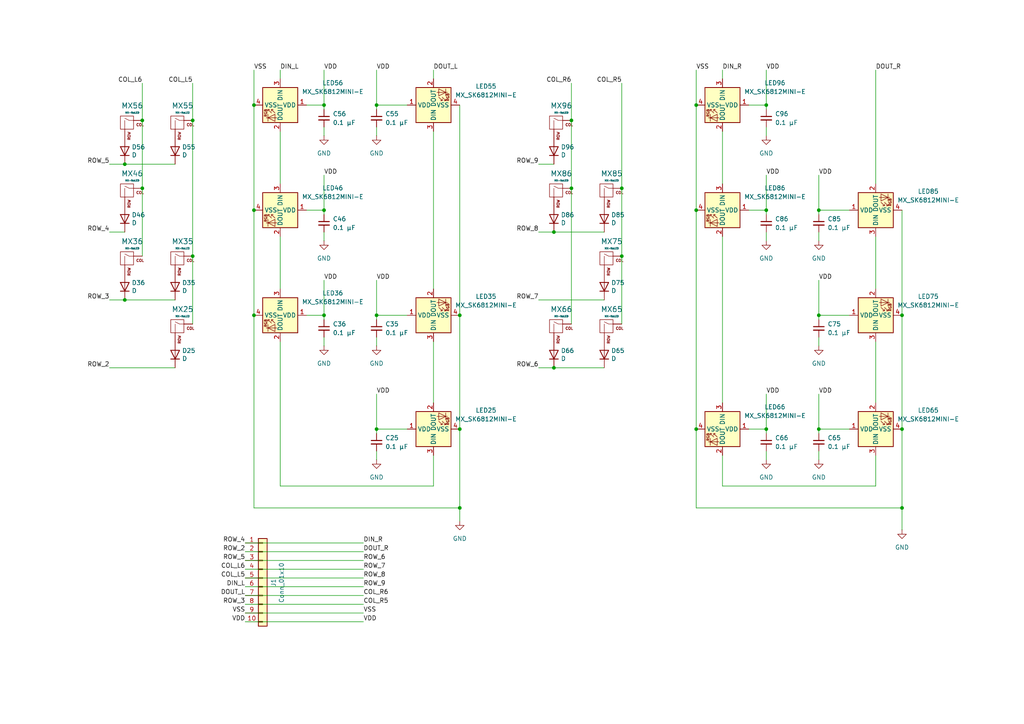
<source format=kicad_sch>
(kicad_sch (version 20250114) (generator "eeschema") (generator_version "9.0")
  (paper "A4")
  (title_block (title "rgbkin thumb cluster PCB") (date "2025-08-30") (rev "2") (company "fritz - (orginal dcpedit)"))
  (lib_symbols
    (symbol "Device:C_Small" (pin_numbers (hide yes)) (pin_names (offset 0.254) (hide yes))
      (property "Reference" "C" (at 0.254 1.778 0))
      (property "Value" "C_Small" (at 0.254 -2.032 0))
      (symbol "C_Small_0_1"
        (polyline (pts (xy -1.524 0.508) (xy 1.524 0.508)) (stroke (width 0.3048)))
        (polyline (pts (xy -1.524 -0.508) (xy 1.524 -0.508)) (stroke (width 0.3302)))
      )
      (symbol "C_Small_1_1"
        (pin passive line (at 0 2.54 270) (length 2.032) (name "~") (number "1"))
        (pin passive line (at 0 -2.54 90) (length 2.032) (name "~") (number "2"))
      )
    )
    (symbol "Device:D" (pin_numbers (hide yes)) (pin_names (offset 1.016) (hide yes))
      (property "Reference" "D" (at 0 2.54 0))
      (property "Value" "D" (at 0 -2.54 0))
      (symbol "D_0_1"
        (polyline (pts (xy -1.27 1.27) (xy -1.27 -1.27)) (stroke (width 0.254)))
        (polyline (pts (xy 1.27 1.27) (xy 1.27 -1.27) (xy -1.27 0) (xy 1.27 1.27)) (stroke (width 0.254)))
        (polyline (pts (xy 1.27 0) (xy -1.27 0)))
      )
      (symbol "D_1_1"
        (pin passive line (at -3.81 0 0) (length 2.54) (name "K") (number "1"))
        (pin passive line (at 3.81 0 180) (length 2.54) (name "A") (number "2"))
      )
    )
    (symbol "MX_Alps_Hybrid:MX-NoLED" (pin_names (offset 1.016))
      (property "Reference" "MX" (at -0.635 3.81 0))
      (property "Value" "MX-NoLED" (at -0.635 1.27 0))
      (symbol "MX-NoLED_0_0"
        (rectangle (start -2.54 2.54) (end 1.27 -1.27))
        (polyline (pts (xy -1.27 -1.27) (xy -1.27 1.27)) (stroke (width 0.127)))
        (polyline (pts (xy 1.27 1.27) (xy 0 1.27) (xy -1.27 1.905)) (stroke (width 0.127)))
        (text "ROW" (at 0 -1.905 900) (effects (font (size 0.762 0.762)) (justify right)))
        (text "COL" (at 3.175 0 0) (effects (font (size 0.762 0.762))))
      )
      (symbol "MX-NoLED_1_1"
        (pin passive line (at -1.27 -3.81 90) (length 2.54) (name "ROW") (number "2"))
        (pin passive line (at 3.81 1.27 180) (length 2.54) (name "COL") (number "1"))
      )
    )
    (symbol "PCM_marbastlib-mx:MX_SK6812MINI-E"
      (property "Reference" "LED" (at 3.175 6.35 0))
      (property "Value" "MX_SK6812MINI-E" (at 10.16 -6.985 0))
      (symbol "MX_SK6812MINI-E_0_0"
        (text "RGB" (at 2.286 -4.191 0) (effects (font (size 0.762 0.762))))
      )
      (symbol "MX_SK6812MINI-E_0_1"
        (rectangle (start -5.08 5.08) (end 5.08 -5.08) (stroke (width 0.254)) (fill (type background)))
        (polyline (pts (xy 1.27 -2.54) (xy 1.778 -2.54)))
        (polyline (pts (xy 1.27 -3.556) (xy 1.778 -3.556)))
        (polyline (pts (xy 2.286 -1.524) (xy 1.27 -2.54) (xy 1.27 -2.032)))
        (polyline (pts (xy 2.286 -2.54) (xy 1.27 -3.556) (xy 1.27 -3.048)))
        (polyline (pts (xy 3.683 -1.016) (xy 3.683 -3.556) (xy 3.683 -4.064)))
        (polyline (pts (xy 4.699 -1.524) (xy 2.667 -1.524) (xy 3.683 -3.556) (xy 4.699 -1.524)))
        (polyline (pts (xy 4.699 -3.556) (xy 2.667 -3.556)))
      )
      (symbol "MX_SK6812MINI-E_1_1"
        (pin input line (at -7.62 0 0) (length 2.54) (name "DIN") (number "3"))
        (pin power_in line (at 0 7.62 270) (length 2.54) (name "VDD") (number "1"))
        (pin power_in line (at 0 -7.62 90) (length 2.54) (name "VSS") (number "4"))
        (pin output line (at 7.62 0 180) (length 2.54) (name "DOUT") (number "2"))
      )
    )
    (symbol "kicad_port-rescue:Conn_01x10-Connector_Generic" (pin_names (offset 1.016) (hide yes))
      (property "Reference" "J" (at 0 12.7 0))
      (property "Value" "kicad_port-rescue_Conn_01x10-Connector_Generic" (at 0 -15.24 0))
      (symbol "Conn_01x10-Connector_Generic_1_1"
        (rectangle (start -1.27 11.43) (end 1.27 -13.97) (stroke (width 0.254)) (fill (type background)))
        (rectangle (start -1.27 10.287) (end 0 10.033) (stroke (width 0.1524)))
        (rectangle (start -1.27 7.747) (end 0 7.493) (stroke (width 0.1524)))
        (rectangle (start -1.27 5.207) (end 0 4.953) (stroke (width 0.1524)))
        (rectangle (start -1.27 2.667) (end 0 2.413) (stroke (width 0.1524)))
        (rectangle (start -1.27 0.127) (end 0 -0.127) (stroke (width 0.1524)))
        (rectangle (start -1.27 -2.413) (end 0 -2.667) (stroke (width 0.1524)))
        (rectangle (start -1.27 -4.953) (end 0 -5.207) (stroke (width 0.1524)))
        (rectangle (start -1.27 -7.493) (end 0 -7.747) (stroke (width 0.1524)))
        (rectangle (start -1.27 -10.033) (end 0 -10.287) (stroke (width 0.1524)))
        (rectangle (start -1.27 -12.573) (end 0 -12.827) (stroke (width 0.1524)))
        (pin passive line (at -5.08 10.16 0) (length 3.81) (name "Pin_1") (number "1"))
        (pin passive line (at -5.08 7.62 0) (length 3.81) (name "Pin_2") (number "2"))
        (pin passive line (at -5.08 5.08 0) (length 3.81) (name "Pin_3") (number "3"))
        (pin passive line (at -5.08 2.54 0) (length 3.81) (name "Pin_4") (number "4"))
        (pin passive line (at -5.08 0 0) (length 3.81) (name "Pin_5") (number "5"))
        (pin passive line (at -5.08 -2.54 0) (length 3.81) (name "Pin_6") (number "6"))
        (pin passive line (at -5.08 -5.08 0) (length 3.81) (name "Pin_7") (number "7"))
        (pin passive line (at -5.08 -7.62 0) (length 3.81) (name "Pin_8") (number "8"))
        (pin passive line (at -5.08 -10.16 0) (length 3.81) (name "Pin_9") (number "9"))
        (pin passive line (at -5.08 -12.7 0) (length 3.81) (name "Pin_10") (number "10"))
      )
    )
    (symbol "power:GND" (power) (pin_numbers (hide yes)) (pin_names (offset 0) (hide yes))
      (property "Value" "GND" (at 0 -3.81 0))
      (symbol "GND_0_1"
        (polyline (pts (xy 0 0) (xy 0 -1.27) (xy 1.27 -1.27) (xy 0 -2.54) (xy -1.27 -1.27) (xy 0 -1.27)))
      )
      (symbol "GND_1_1"
        (pin power_in line (at 0 0 270) (length 0) (name "~") (number "1"))
      )
    )
  )
  (junction (at 237.49 124.46))
  (junction (at 133.35 147.32))
  (junction (at 222.25 60.96))
  (junction (at 93.98 60.96))
  (junction (at 55.88 34.925))
  (junction (at 237.49 91.44))
  (junction (at 36.195 86.995))
  (junction (at 93.98 30.48))
  (junction (at 261.62 91.44))
  (junction (at 222.25 124.46))
  (junction (at 73.66 91.44))
  (junction (at 73.66 30.48))
  (junction (at 109.22 91.44))
  (junction (at 41.275 34.925))
  (junction (at 93.98 91.44))
  (junction (at 222.25 30.48))
  (junction (at 41.275 54.61))
  (junction (at 180.34 54.61))
  (junction (at 36.195 47.625))
  (junction (at 165.735 34.925))
  (junction (at 133.35 124.46))
  (junction (at 201.93 60.96))
  (junction (at 261.62 147.32))
  (junction (at 165.735 54.61))
  (junction (at 180.34 74.295))
  (junction (at 160.655 67.31))
  (junction (at 55.88 74.295))
  (junction (at 73.66 60.96))
  (junction (at 109.22 30.48))
  (junction (at 237.49 60.96))
  (junction (at 201.93 124.46))
  (junction (at 109.22 124.46))
  (junction (at 133.35 91.44))
  (junction (at 201.93 30.48))
  (junction (at 261.62 124.46))
  (junction (at 160.655 106.68))
  (wire (pts (xy 109.22 124.46) (xy 109.22 125.73)))
  (wire (pts (xy 133.35 91.44) (xy 133.35 124.46)))
  (wire (pts (xy 109.22 130.81) (xy 109.22 133.35)))
  (wire (pts (xy 109.22 36.83) (xy 109.22 39.37)))
  (wire (pts (xy 222.25 36.83) (xy 222.25 39.37)))
  (wire (pts (xy 118.11 124.46) (xy 109.22 124.46)))
  (wire (pts (xy 237.49 130.81) (xy 237.49 133.35)))
  (wire (pts (xy 81.28 99.06) (xy 81.28 140.97)))
  (wire (pts (xy 31.75 86.995) (xy 36.195 86.995)))
  (wire (pts (xy 109.22 30.48) (xy 109.22 31.75)))
  (wire (pts (xy 41.275 54.61) (xy 41.275 74.295)))
  (wire (pts (xy 180.34 24.13) (xy 180.34 54.61)))
  (wire (pts (xy 93.98 30.48) (xy 93.98 31.75)))
  (wire (pts (xy 156.21 67.31) (xy 160.655 67.31)))
  (wire (pts (xy 209.55 38.1) (xy 209.55 53.34)))
  (wire (pts (xy 261.62 147.32) (xy 261.62 153.67)))
  (wire (pts (xy 71.12 177.8) (xy 105.41 177.8)))
  (wire (pts (xy 209.55 20.32) (xy 209.55 22.86)))
  (wire (pts (xy 88.9 60.96) (xy 93.98 60.96)))
  (wire (pts (xy 237.49 114.3) (xy 237.49 124.46)))
  (wire (pts (xy 71.12 172.72) (xy 105.41 172.72)))
  (wire (pts (xy 81.28 38.1) (xy 81.28 53.34)))
  (wire (pts (xy 109.22 20.32) (xy 109.22 30.48)))
  (wire (pts (xy 237.49 67.31) (xy 237.49 69.85)))
  (wire (pts (xy 81.28 20.32) (xy 81.28 22.86)))
  (wire (pts (xy 31.75 47.625) (xy 36.195 47.625)))
  (wire (pts (xy 125.73 20.32) (xy 125.73 22.86)))
  (wire (pts (xy 222.25 130.81) (xy 222.25 133.35)))
  (wire (pts (xy 73.66 147.32) (xy 133.35 147.32)))
  (wire (pts (xy 81.28 140.97) (xy 125.73 140.97)))
  (wire (pts (xy 73.66 60.96) (xy 73.66 91.44)))
  (wire (pts (xy 55.88 24.13) (xy 55.88 34.925)))
  (wire (pts (xy 165.735 54.61) (xy 165.735 93.98)))
  (wire (pts (xy 222.25 114.3) (xy 222.25 124.46)))
  (wire (pts (xy 254 140.97) (xy 254 132.08)))
  (wire (pts (xy 93.98 91.44) (xy 93.98 92.71)))
  (wire (pts (xy 55.88 74.295) (xy 55.88 93.98)))
  (wire (pts (xy 71.12 167.64) (xy 105.41 167.64)))
  (wire (pts (xy 237.49 50.8) (xy 237.49 60.96)))
  (wire (pts (xy 201.93 124.46) (xy 201.93 147.32)))
  (wire (pts (xy 55.88 34.925) (xy 55.88 74.295)))
  (wire (pts (xy 237.49 97.79) (xy 237.49 100.33)))
  (wire (pts (xy 237.49 91.44) (xy 237.49 92.71)))
  (wire (pts (xy 31.75 106.68) (xy 50.8 106.68)))
  (wire (pts (xy 209.55 68.58) (xy 209.55 116.84)))
  (wire (pts (xy 217.17 124.46) (xy 222.25 124.46)))
  (wire (pts (xy 93.98 60.96) (xy 93.98 62.23)))
  (wire (pts (xy 222.25 124.46) (xy 222.25 125.73)))
  (wire (pts (xy 125.73 99.06) (xy 125.73 116.84)))
  (wire (pts (xy 88.9 91.44) (xy 93.98 91.44)))
  (wire (pts (xy 156.21 47.625) (xy 160.655 47.625)))
  (wire (pts (xy 261.62 124.46) (xy 261.62 147.32)))
  (wire (pts (xy 41.275 24.13) (xy 41.275 34.925)))
  (wire (pts (xy 71.12 157.48) (xy 105.41 157.48)))
  (wire (pts (xy 254 20.32) (xy 254 53.34)))
  (wire (pts (xy 222.25 60.96) (xy 222.25 62.23)))
  (wire (pts (xy 125.73 140.97) (xy 125.73 132.08)))
  (wire (pts (xy 180.34 54.61) (xy 180.34 74.295)))
  (wire (pts (xy 73.66 91.44) (xy 73.66 147.32)))
  (wire (pts (xy 93.98 50.8) (xy 93.98 60.96)))
  (wire (pts (xy 222.25 30.48) (xy 222.25 31.75)))
  (wire (pts (xy 237.49 124.46) (xy 237.49 125.73)))
  (wire (pts (xy 71.12 162.56) (xy 105.41 162.56)))
  (wire (pts (xy 118.11 91.44) (xy 109.22 91.44)))
  (wire (pts (xy 71.12 165.1) (xy 105.41 165.1)))
  (wire (pts (xy 93.98 97.79) (xy 93.98 100.33)))
  (wire (pts (xy 222.25 67.31) (xy 222.25 69.85)))
  (wire (pts (xy 209.55 132.08) (xy 209.55 140.97)))
  (wire (pts (xy 41.275 34.925) (xy 41.275 54.61)))
  (wire (pts (xy 71.12 180.34) (xy 105.41 180.34)))
  (wire (pts (xy 156.21 86.995) (xy 175.26 86.995)))
  (wire (pts (xy 36.195 47.625) (xy 50.8 47.625)))
  (wire (pts (xy 133.35 30.48) (xy 133.35 91.44)))
  (wire (pts (xy 93.98 20.32) (xy 93.98 30.48)))
  (wire (pts (xy 201.93 60.96) (xy 201.93 124.46)))
  (wire (pts (xy 246.38 91.44) (xy 237.49 91.44)))
  (wire (pts (xy 71.12 175.26) (xy 105.41 175.26)))
  (wire (pts (xy 36.195 86.995) (xy 50.8 86.995)))
  (wire (pts (xy 93.98 36.83) (xy 93.98 39.37)))
  (wire (pts (xy 88.9 30.48) (xy 93.98 30.48)))
  (wire (pts (xy 165.735 34.925) (xy 165.735 54.61)))
  (wire (pts (xy 222.25 20.32) (xy 222.25 30.48)))
  (wire (pts (xy 71.12 170.18) (xy 105.41 170.18)))
  (wire (pts (xy 133.35 147.32) (xy 133.35 151.13)))
  (wire (pts (xy 109.22 81.28) (xy 109.22 91.44)))
  (wire (pts (xy 109.22 97.79) (xy 109.22 100.33)))
  (wire (pts (xy 246.38 124.46) (xy 237.49 124.46)))
  (wire (pts (xy 217.17 30.48) (xy 222.25 30.48)))
  (wire (pts (xy 217.17 60.96) (xy 222.25 60.96)))
  (wire (pts (xy 118.11 30.48) (xy 109.22 30.48)))
  (wire (pts (xy 109.22 114.3) (xy 109.22 124.46)))
  (wire (pts (xy 254 68.58) (xy 254 83.82)))
  (wire (pts (xy 246.38 60.96) (xy 237.49 60.96)))
  (wire (pts (xy 71.12 160.02) (xy 105.41 160.02)))
  (wire (pts (xy 165.735 24.13) (xy 165.735 34.925)))
  (wire (pts (xy 254 99.06) (xy 254 116.84)))
  (wire (pts (xy 73.66 30.48) (xy 73.66 60.96)))
  (wire (pts (xy 180.34 74.295) (xy 180.34 93.98)))
  (wire (pts (xy 93.98 67.31) (xy 93.98 69.85)))
  (wire (pts (xy 237.49 60.96) (xy 237.49 62.23)))
  (wire (pts (xy 222.25 50.8) (xy 222.25 60.96)))
  (wire (pts (xy 109.22 91.44) (xy 109.22 92.71)))
  (wire (pts (xy 93.98 81.28) (xy 93.98 91.44)))
  (wire (pts (xy 31.75 67.31) (xy 36.195 67.31)))
  (wire (pts (xy 261.62 91.44) (xy 261.62 124.46)))
  (wire (pts (xy 209.55 140.97) (xy 254 140.97)))
  (wire (pts (xy 156.21 106.68) (xy 160.655 106.68)))
  (wire (pts (xy 125.73 38.1) (xy 125.73 83.82)))
  (wire (pts (xy 160.655 67.31) (xy 175.26 67.31)))
  (wire (pts (xy 261.62 60.96) (xy 261.62 91.44)))
  (wire (pts (xy 73.66 20.32) (xy 73.66 30.48)))
  (wire (pts (xy 201.93 147.32) (xy 261.62 147.32)))
  (wire (pts (xy 201.93 30.48) (xy 201.93 60.96)))
  (wire (pts (xy 160.655 106.68) (xy 175.26 106.68)))
  (wire (pts (xy 201.93 20.32) (xy 201.93 30.48)))
  (wire (pts (xy 81.28 68.58) (xy 81.28 83.82)))
  (wire (pts (xy 237.49 81.28) (xy 237.49 91.44)))
  (wire (pts (xy 133.35 124.46) (xy 133.35 147.32)))
  (label "COL_R6" (at 165.735 24.13 180))
  (label "COL_L5" (at 55.88 24.13 180))
  (label "COL_L6" (at 71.12 165.1 180))
  (label "ROW_3" (at 31.75 86.995 180))
  (label "VSS" (at 73.66 20.32 0))
  (label "VDD" (at 71.12 180.34 180))
  (label "COL_R6" (at 105.41 172.72 0))
  (label "DOUT_L" (at 71.12 172.72 180))
  (label "ROW_6" (at 105.41 162.56 0))
  (label "ROW_9" (at 105.41 170.18 0))
  (label "DIN_R" (at 209.55 20.32 0))
  (label "VDD" (at 237.49 114.3 0))
  (label "ROW_3" (at 71.12 175.26 180))
  (label "VDD" (at 109.22 114.3 0))
  (label "COL_L6" (at 41.275 24.13 180))
  (label "ROW_7" (at 105.41 165.1 0))
  (label "VSS" (at 201.93 20.32 0))
  (label "ROW_4" (at 71.12 157.48 180))
  (label "DOUT_L" (at 125.73 20.32 0))
  (label "ROW_5" (at 71.12 162.56 180))
  (label "VSS" (at 105.41 177.8 0))
  (label "DOUT_R" (at 105.41 160.02 0))
  (label "ROW_6" (at 156.21 106.68 180))
  (label "COL_L5" (at 71.12 167.64 180))
  (label "DIN_R" (at 105.41 157.48 0))
  (label "VSS" (at 71.12 177.8 180))
  (label "DIN_L" (at 81.28 20.32 0))
  (label "ROW_2" (at 71.12 160.02 180))
  (label "VDD" (at 237.49 81.28 0))
  (label "ROW_7" (at 156.21 86.995 180))
  (label "VDD" (at 93.98 20.32 0))
  (label "VDD" (at 93.98 50.8 0))
  (label "DOUT_R" (at 254 20.32 0))
  (label "ROW_2" (at 31.75 106.68 180))
  (label "VDD" (at 222.25 50.8 0))
  (label "ROW_9" (at 156.21 47.625 180))
  (label "ROW_4" (at 31.75 67.31 180))
  (label "DIN_L" (at 71.12 170.18 180))
  (label "ROW_8" (at 156.21 67.31 180))
  (label "VDD" (at 109.22 81.28 0))
  (label "VDD" (at 222.25 20.32 0))
  (label "VDD" (at 93.98 81.28 0))
  (label "ROW_8" (at 105.41 167.64 0))
  (label "VDD" (at 109.22 20.32 0))
  (label "COL_R5" (at 105.41 175.26 0))
  (label "ROW_5" (at 31.75 47.625 180))
  (label "VDD" (at 105.41 180.34 0))
  (label "COL_R5" (at 180.34 24.13 180))
  (label "VDD" (at 237.49 50.8 0))
  (label "VDD" (at 222.25 114.3 0))
  (symbol (lib_id "Device:D") (at 36.195 63.5 90) (unit 1)
    (property "Reference" "D46" (at 38.2016 62.3316 90) (effects (justify right)))
    (property "Value" "D" (at 38.2016 64.643 90) (effects (justify right)))
    (property "Footprint" "Diode_SMD:D_SOD-323_HandSoldering" (effects (hide yes)))
  )
  (symbol (lib_id "Device:D") (at 36.195 43.815 90) (unit 1)
    (property "Reference" "D56" (at 38.2016 42.6466 90) (effects (justify right)))
    (property "Value" "D" (at 38.2016 44.958 90) (effects (justify right)))
    (property "Footprint" "Diode_SMD:D_SOD-323_HandSoldering" (effects (hide yes)))
  )
  (symbol (lib_id "Device:C_Small") (at 237.49 128.27 0) (unit 1)
    (property "Reference" "C65" (at 240.03 127.0062 0) (effects (justify left)))
    (property "Value" "0.1 µF" (at 240.03 129.5462 0) (effects (justify left)))
    (property "Footprint" "Capacitor_SMD:C_0805_2012Metric_Pad1.18x1.45mm_HandSolder" (effects (hide yes)))
    (property "Description" "Unpolarized capacitor, small symbol" (effects (hide yes)))
  )
  (symbol (lib_id "PCM_marbastlib-mx:MX_SK6812MINI-E") (at 209.55 60.96 270) (unit 1)
    (property "Reference" "LED86" (at 224.79 54.5398 90))
    (property "Value" "MX_SK6812MINI-E" (at 224.79 57.0798 90))
    (property "Footprint" "PCM_marbastlib-mx:LED_MX_6028R" (effects (hide yes)))
    (property "Description" "Reverse mount adressable LED (WS2812 protocol)" (effects (hide yes)))
  )
  (symbol (lib_id "Device:C_Small") (at 93.98 64.77 0) (unit 1)
    (property "Reference" "C46" (at 96.52 63.5062 0) (effects (justify left)))
    (property "Value" "0.1 µF" (at 96.52 66.0462 0) (effects (justify left)))
    (property "Footprint" "Capacitor_SMD:C_0805_2012Metric_Pad1.18x1.45mm_HandSolder" (effects (hide yes)))
    (property "Description" "Unpolarized capacitor, small symbol" (effects (hide yes)))
  )
  (symbol (lib_id "Device:D") (at 160.655 63.5 90) (unit 1)
    (property "Reference" "D86" (at 162.6616 62.3316 90) (effects (justify right)))
    (property "Value" "D" (at 162.6616 64.643 90) (effects (justify right)))
    (property "Footprint" "Diode_SMD:D_SOD-323_HandSoldering" (effects (hide yes)))
  )
  (symbol (lib_id "Device:C_Small") (at 93.98 34.29 0) (unit 1)
    (property "Reference" "C56" (at 96.52 33.0262 0) (effects (justify left)))
    (property "Value" "0.1 µF" (at 96.52 35.5662 0) (effects (justify left)))
    (property "Footprint" "Capacitor_SMD:C_0805_2012Metric_Pad1.18x1.45mm_HandSolder" (effects (hide yes)))
    (property "Description" "Unpolarized capacitor, small symbol" (effects (hide yes)))
  )
  (symbol (lib_id "Device:D") (at 175.26 63.5 90) (unit 1)
    (property "Reference" "D85" (at 177.2666 62.3316 90) (effects (justify right)))
    (property "Value" "D" (at 177.2666 64.643 90) (effects (justify right)))
    (property "Footprint" "Diode_SMD:D_SOD-323_HandSoldering" (effects (hide yes)))
  )
  (symbol (lib_id "MX_Alps_Hybrid:MX-NoLED") (at 161.925 55.88 0) (unit 1)
    (property "Reference" "MX86" (at 162.8202 50.3444 0) (effects (font (size 1.524 1.524))))
    (property "Value" "MX-NoLED" (at 162.8202 52.3599 0) (effects (font (size 0.508 0.508))))
  )
  (symbol (lib_id "PCM_marbastlib-mx:MX_SK6812MINI-E") (at 125.73 30.48 90) (unit 1)
    (property "Reference" "LED55" (at 140.97 25.0346 90))
    (property "Value" "MX_SK6812MINI-E" (at 140.97 27.5746 90))
    (property "Footprint" "PCM_marbastlib-mx:LED_MX_6028R" (effects (hide yes)))
    (property "Description" "Reverse mount adressable LED (WS2812 protocol)" (effects (hide yes)))
  )
  (symbol (lib_id "Device:D") (at 175.26 102.87 90) (unit 1)
    (property "Reference" "D65" (at 177.2666 101.7016 90) (effects (justify right)))
    (property "Value" "D" (at 177.2666 104.013 90) (effects (justify right)))
    (property "Footprint" "Diode_SMD:D_SOD-323_HandSoldering" (effects (hide yes)))
  )
  (symbol (lib_id "Device:C_Small") (at 237.49 95.25 0) (unit 1)
    (property "Reference" "C75" (at 240.03 93.9862 0) (effects (justify left)))
    (property "Value" "0.1 µF" (at 240.03 96.5262 0) (effects (justify left)))
    (property "Footprint" "Capacitor_SMD:C_0805_2012Metric_Pad1.18x1.45mm_HandSolder" (effects (hide yes)))
    (property "Description" "Unpolarized capacitor, small symbol" (effects (hide yes)))
  )
  (symbol (lib_id "PCM_marbastlib-mx:MX_SK6812MINI-E") (at 209.55 30.48 270) (unit 1)
    (property "Reference" "LED96" (at 224.79 24.0598 90))
    (property "Value" "MX_SK6812MINI-E" (at 224.79 26.5998 90))
    (property "Footprint" "PCM_marbastlib-mx:LED_MX_6028R" (effects (hide yes)))
    (property "Description" "Reverse mount adressable LED (WS2812 protocol)" (effects (hide yes)))
  )
  (symbol (lib_id "PCM_marbastlib-mx:MX_SK6812MINI-E") (at 81.28 60.96 270) (unit 1)
    (property "Reference" "LED46" (at 96.52 54.5398 90))
    (property "Value" "MX_SK6812MINI-E" (at 96.52 57.0798 90))
    (property "Footprint" "PCM_marbastlib-mx:LED_MX_6028R" (effects (hide yes)))
    (property "Description" "Reverse mount adressable LED (WS2812 protocol)" (effects (hide yes)))
  )
  (symbol (lib_id "power:GND") (at 93.98 69.85 0) (unit 1)
    (property "Reference" "#PWR02" (effects (hide yes)))
    (property "Value" "GND" (at 93.98 74.93 0))
    (property "Description" "Power symbol creates a global label with name \"GND\" , ground" (effects (hide yes)))
  )
  (symbol (lib_id "Device:D") (at 160.655 43.815 90) (unit 1)
    (property "Reference" "D96" (at 162.6616 42.6466 90) (effects (justify right)))
    (property "Value" "D" (at 162.6616 44.958 90) (effects (justify right)))
    (property "Footprint" "Diode_SMD:D_SOD-323_HandSoldering" (effects (hide yes)))
  )
  (symbol (lib_id "PCM_marbastlib-mx:MX_SK6812MINI-E") (at 254 60.96 90) (unit 1)
    (property "Reference" "LED85" (at 269.24 55.5146 90))
    (property "Value" "MX_SK6812MINI-E" (at 269.24 58.0546 90))
    (property "Footprint" "PCM_marbastlib-mx:LED_MX_6028R" (effects (hide yes)))
    (property "Description" "Reverse mount adressable LED (WS2812 protocol)" (effects (hide yes)))
  )
  (symbol (lib_id "power:GND") (at 93.98 100.33 0) (unit 1)
    (property "Reference" "#PWR03" (effects (hide yes)))
    (property "Value" "GND" (at 93.98 105.41 0))
    (property "Description" "Power symbol creates a global label with name \"GND\" , ground" (effects (hide yes)))
  )
  (symbol (lib_id "Device:D") (at 50.8 102.87 90) (unit 1)
    (property "Reference" "D25" (at 52.8066 101.7016 90) (effects (justify right)))
    (property "Value" "D" (at 52.8066 104.013 90) (effects (justify right)))
    (property "Footprint" "Diode_SMD:D_SOD-323_HandSoldering" (effects (hide yes)))
  )
  (symbol (lib_id "Device:D") (at 50.8 83.185 90) (unit 1)
    (property "Reference" "D35" (at 52.8066 82.0166 90) (effects (justify right)))
    (property "Value" "D" (at 52.8066 84.328 90) (effects (justify right)))
    (property "Footprint" "Diode_SMD:D_SOD-323_HandSoldering" (effects (hide yes)))
  )
  (symbol (lib_id "power:GND") (at 237.49 69.85 0) (unit 1)
    (property "Reference" "#PWR011" (effects (hide yes)))
    (property "Value" "GND" (at 237.49 74.93 0))
    (property "Description" "Power symbol creates a global label with name \"GND\" , ground" (effects (hide yes)))
  )
  (symbol (lib_id "MX_Alps_Hybrid:MX-NoLED") (at 52.07 95.25 0) (unit 1)
    (property "Reference" "MX25" (at 52.9652 89.7144 0) (effects (font (size 1.524 1.524))))
    (property "Value" "MX-NoLED" (at 52.9652 91.7299 0) (effects (font (size 0.508 0.508))))
  )
  (symbol (lib_id "Device:C_Small") (at 222.25 34.29 0) (unit 1)
    (property "Reference" "C96" (at 224.79 33.0262 0) (effects (justify left)))
    (property "Value" "0.1 µF" (at 224.79 35.5662 0) (effects (justify left)))
    (property "Footprint" "Capacitor_SMD:C_0805_2012Metric_Pad1.18x1.45mm_HandSolder" (effects (hide yes)))
    (property "Description" "Unpolarized capacitor, small symbol" (effects (hide yes)))
  )
  (symbol (lib_id "MX_Alps_Hybrid:MX-NoLED") (at 176.53 75.565 0) (unit 1)
    (property "Reference" "MX75" (at 177.4252 70.0294 0) (effects (font (size 1.524 1.524))))
    (property "Value" "MX-NoLED" (at 177.4252 72.0449 0) (effects (font (size 0.508 0.508))))
  )
  (symbol (lib_id "power:GND") (at 109.22 100.33 0) (unit 1)
    (property "Reference" "#PWR05" (effects (hide yes)))
    (property "Value" "GND" (at 109.22 105.41 0))
    (property "Description" "Power symbol creates a global label with name \"GND\" , ground" (effects (hide yes)))
  )
  (symbol (lib_id "power:GND") (at 261.62 153.67 0) (unit 1)
    (property "Reference" "#PWR014" (effects (hide yes)))
    (property "Value" "GND" (at 261.62 158.75 0))
    (property "Description" "Power symbol creates a global label with name \"GND\" , ground" (effects (hide yes)))
  )
  (symbol (lib_id "MX_Alps_Hybrid:MX-NoLED") (at 176.53 95.25 0) (unit 1)
    (property "Reference" "MX65" (at 177.4252 89.7144 0) (effects (font (size 1.524 1.524))))
    (property "Value" "MX-NoLED" (at 177.4252 91.7299 0) (effects (font (size 0.508 0.508))))
  )
  (symbol (lib_id "Device:C_Small") (at 109.22 95.25 0) (unit 1)
    (property "Reference" "C35" (at 111.76 93.9862 0) (effects (justify left)))
    (property "Value" "0.1 µF" (at 111.76 96.5262 0) (effects (justify left)))
    (property "Footprint" "Capacitor_SMD:C_0805_2012Metric_Pad1.18x1.45mm_HandSolder" (effects (hide yes)))
    (property "Description" "Unpolarized capacitor, small symbol" (effects (hide yes)))
  )
  (symbol (lib_id "PCM_marbastlib-mx:MX_SK6812MINI-E") (at 81.28 30.48 270) (unit 1)
    (property "Reference" "LED56" (at 96.52 24.0598 90))
    (property "Value" "MX_SK6812MINI-E" (at 96.52 26.5998 90))
    (property "Footprint" "PCM_marbastlib-mx:LED_MX_6028R" (effects (hide yes)))
    (property "Description" "Reverse mount adressable LED (WS2812 protocol)" (effects (hide yes)))
  )
  (symbol (lib_id "power:GND") (at 237.49 100.33 0) (unit 1)
    (property "Reference" "#PWR012" (effects (hide yes)))
    (property "Value" "GND" (at 237.49 105.41 0))
    (property "Description" "Power symbol creates a global label with name \"GND\" , ground" (effects (hide yes)))
  )
  (symbol (lib_id "PCM_marbastlib-mx:MX_SK6812MINI-E") (at 125.73 124.46 90) (unit 1)
    (property "Reference" "LED25" (at 140.97 119.0146 90))
    (property "Value" "MX_SK6812MINI-E" (at 140.97 121.5546 90))
    (property "Footprint" "PCM_marbastlib-mx:LED_MX_6028R" (effects (hide yes)))
    (property "Description" "Reverse mount adressable LED (WS2812 protocol)" (effects (hide yes)))
  )
  (symbol (lib_id "Device:D") (at 36.195 83.185 90) (unit 1)
    (property "Reference" "D36" (at 38.2016 82.0166 90) (effects (justify right)))
    (property "Value" "D" (at 38.2016 84.328 90) (effects (justify right)))
    (property "Footprint" "Diode_SMD:D_SOD-323_HandSoldering" (effects (hide yes)))
  )
  (symbol (lib_id "power:GND") (at 93.98 39.37 0) (unit 1)
    (property "Reference" "#PWR01" (effects (hide yes)))
    (property "Value" "GND" (at 93.98 44.45 0))
    (property "Description" "Power symbol creates a global label with name \"GND\" , ground" (effects (hide yes)))
  )
  (symbol (lib_id "Device:D") (at 175.26 83.185 90) (unit 1)
    (property "Reference" "D75" (at 177.2666 82.0166 90) (effects (justify right)))
    (property "Value" "D" (at 177.2666 84.328 90) (effects (justify right)))
    (property "Footprint" "Diode_SMD:D_SOD-323_HandSoldering" (effects (hide yes)))
  )
  (symbol (lib_id "PCM_marbastlib-mx:MX_SK6812MINI-E") (at 209.55 124.46 270) (unit 1)
    (property "Reference" "LED66" (at 224.79 118.0398 90))
    (property "Value" "MX_SK6812MINI-E" (at 224.79 120.5798 90))
    (property "Footprint" "PCM_marbastlib-mx:LED_MX_6028R" (effects (hide yes)))
    (property "Description" "Reverse mount adressable LED (WS2812 protocol)" (effects (hide yes)))
  )
  (symbol (lib_id "power:GND") (at 237.49 133.35 0) (unit 1)
    (property "Reference" "#PWR013" (effects (hide yes)))
    (property "Value" "GND" (at 237.49 138.43 0))
    (property "Description" "Power symbol creates a global label with name \"GND\" , ground" (effects (hide yes)))
  )
  (symbol (lib_id "MX_Alps_Hybrid:MX-NoLED") (at 37.465 75.565 0) (unit 1)
    (property "Reference" "MX36" (at 38.3602 70.0294 0) (effects (font (size 1.524 1.524))))
    (property "Value" "MX-NoLED" (at 38.3602 72.0449 0) (effects (font (size 0.508 0.508))))
  )
  (symbol (lib_id "Device:C_Small") (at 109.22 34.29 0) (unit 1)
    (property "Reference" "C55" (at 111.76 33.0262 0) (effects (justify left)))
    (property "Value" "0.1 µF" (at 111.76 35.5662 0) (effects (justify left)))
    (property "Footprint" "Capacitor_SMD:C_0805_2012Metric_Pad1.18x1.45mm_HandSolder" (effects (hide yes)))
    (property "Description" "Unpolarized capacitor, small symbol" (effects (hide yes)))
  )
  (symbol (lib_id "power:GND") (at 109.22 39.37 0) (unit 1)
    (property "Reference" "#PWR04" (effects (hide yes)))
    (property "Value" "GND" (at 109.22 44.45 0))
    (property "Description" "Power symbol creates a global label with name \"GND\" , ground" (effects (hide yes)))
  )
  (symbol (lib_id "MX_Alps_Hybrid:MX-NoLED") (at 52.07 36.195 0) (unit 1)
    (property "Reference" "MX55" (at 52.9652 30.6594 0) (effects (font (size 1.524 1.524))))
    (property "Value" "MX-NoLED" (at 52.9652 32.6749 0) (effects (font (size 0.508 0.508))))
  )
  (symbol (lib_id "power:GND") (at 222.25 69.85 0) (unit 1)
    (property "Reference" "#PWR09" (effects (hide yes)))
    (property "Value" "GND" (at 222.25 74.93 0))
    (property "Description" "Power symbol creates a global label with name \"GND\" , ground" (effects (hide yes)))
  )
  (symbol (lib_id "MX_Alps_Hybrid:MX-NoLED") (at 176.53 55.88 0) (unit 1)
    (property "Reference" "MX85" (at 177.4252 50.3444 0) (effects (font (size 1.524 1.524))))
    (property "Value" "MX-NoLED" (at 177.4252 52.3599 0) (effects (font (size 0.508 0.508))))
  )
  (symbol (lib_id "Device:C_Small") (at 222.25 128.27 0) (unit 1)
    (property "Reference" "C66" (at 224.79 127.0062 0) (effects (justify left)))
    (property "Value" "0.1 µF" (at 224.79 129.5462 0) (effects (justify left)))
    (property "Footprint" "Capacitor_SMD:C_0805_2012Metric_Pad1.18x1.45mm_HandSolder" (effects (hide yes)))
    (property "Description" "Unpolarized capacitor, small symbol" (effects (hide yes)))
  )
  (symbol (lib_id "MX_Alps_Hybrid:MX-NoLED") (at 37.465 55.88 0) (unit 1)
    (property "Reference" "MX46" (at 38.3602 50.3444 0) (effects (font (size 1.524 1.524))))
    (property "Value" "MX-NoLED" (at 38.3602 52.3599 0) (effects (font (size 0.508 0.508))))
  )
  (symbol (lib_id "MX_Alps_Hybrid:MX-NoLED") (at 161.925 36.195 0) (unit 1)
    (property "Reference" "MX96" (at 162.8202 30.6594 0) (effects (font (size 1.524 1.524))))
    (property "Value" "MX-NoLED" (at 162.8202 32.6749 0) (effects (font (size 0.508 0.508))))
  )
  (symbol (lib_id "power:GND") (at 222.25 133.35 0) (unit 1)
    (property "Reference" "#PWR010" (effects (hide yes)))
    (property "Value" "GND" (at 222.25 138.43 0))
    (property "Description" "Power symbol creates a global label with name \"GND\" , ground" (effects (hide yes)))
  )
  (symbol (lib_id "Device:D") (at 160.655 102.87 90) (unit 1)
    (property "Reference" "D66" (at 162.6616 101.7016 90) (effects (justify right)))
    (property "Value" "D" (at 162.6616 104.013 90) (effects (justify right)))
    (property "Footprint" "Diode_SMD:D_SOD-323_HandSoldering" (effects (hide yes)))
  )
  (symbol (lib_id "MX_Alps_Hybrid:MX-NoLED") (at 161.925 95.25 0) (unit 1)
    (property "Reference" "MX66" (at 162.8202 89.7144 0) (effects (font (size 1.524 1.524))))
    (property "Value" "MX-NoLED" (at 162.8202 91.7299 0) (effects (font (size 0.508 0.508))))
  )
  (symbol (lib_id "MX_Alps_Hybrid:MX-NoLED") (at 37.465 36.195 0) (unit 1)
    (property "Reference" "MX56" (at 38.3602 30.6594 0) (effects (font (size 1.524 1.524))))
    (property "Value" "MX-NoLED" (at 38.3602 32.6749 0) (effects (font (size 0.508 0.508))))
  )
  (symbol (lib_id "Device:D") (at 50.8 43.815 90) (unit 1)
    (property "Reference" "D55" (at 52.8066 42.6466 90) (effects (justify right)))
    (property "Value" "D" (at 52.8066 44.958 90) (effects (justify right)))
    (property "Footprint" "Diode_SMD:D_SOD-323_HandSoldering" (effects (hide yes)))
  )
  (symbol (lib_id "Device:C_Small") (at 222.25 64.77 0) (unit 1)
    (property "Reference" "C86" (at 224.79 63.5062 0) (effects (justify left)))
    (property "Value" "0.1 µF" (at 224.79 66.0462 0) (effects (justify left)))
    (property "Footprint" "Capacitor_SMD:C_0805_2012Metric_Pad1.18x1.45mm_HandSolder" (effects (hide yes)))
    (property "Description" "Unpolarized capacitor, small symbol" (effects (hide yes)))
  )
  (symbol (lib_id "PCM_marbastlib-mx:MX_SK6812MINI-E") (at 81.28 91.44 270) (unit 1)
    (property "Reference" "LED36" (at 96.52 85.0198 90))
    (property "Value" "MX_SK6812MINI-E" (at 96.52 87.5598 90))
    (property "Footprint" "PCM_marbastlib-mx:LED_MX_6028R" (effects (hide yes)))
    (property "Description" "Reverse mount adressable LED (WS2812 protocol)" (effects (hide yes)))
  )
  (symbol (lib_id "power:GND") (at 133.35 151.13 0) (unit 1)
    (property "Reference" "#PWR07" (effects (hide yes)))
    (property "Value" "GND" (at 133.35 156.21 0))
    (property "Description" "Power symbol creates a global label with name \"GND\" , ground" (effects (hide yes)))
  )
  (symbol (lib_id "Device:C_Small") (at 109.22 128.27 0) (unit 1)
    (property "Reference" "C25" (at 111.76 127.0062 0) (effects (justify left)))
    (property "Value" "0.1 µF" (at 111.76 129.5462 0) (effects (justify left)))
    (property "Footprint" "Capacitor_SMD:C_0805_2012Metric_Pad1.18x1.45mm_HandSolder" (effects (hide yes)))
    (property "Description" "Unpolarized capacitor, small symbol" (effects (hide yes)))
  )
  (symbol (lib_id "Device:C_Small") (at 93.98 95.25 0) (unit 1)
    (property "Reference" "C36" (at 96.52 93.9862 0) (effects (justify left)))
    (property "Value" "0.1 µF" (at 96.52 96.5262 0) (effects (justify left)))
    (property "Footprint" "Capacitor_SMD:C_0805_2012Metric_Pad1.18x1.45mm_HandSolder" (effects (hide yes)))
    (property "Description" "Unpolarized capacitor, small symbol" (effects (hide yes)))
  )
  (symbol (lib_id "PCM_marbastlib-mx:MX_SK6812MINI-E") (at 125.73 91.44 90) (unit 1)
    (property "Reference" "LED35" (at 140.97 85.9946 90))
    (property "Value" "MX_SK6812MINI-E" (at 140.97 88.5346 90))
    (property "Footprint" "PCM_marbastlib-mx:LED_MX_6028R" (effects (hide yes)))
    (property "Description" "Reverse mount adressable LED (WS2812 protocol)" (effects (hide yes)))
  )
  (symbol (lib_id "PCM_marbastlib-mx:MX_SK6812MINI-E") (at 254 91.44 90) (unit 1)
    (property "Reference" "LED75" (at 269.24 85.9946 90))
    (property "Value" "MX_SK6812MINI-E" (at 269.24 88.5346 90))
    (property "Footprint" "PCM_marbastlib-mx:LED_MX_6028R" (effects (hide yes)))
    (property "Description" "Reverse mount adressable LED (WS2812 protocol)" (effects (hide yes)))
  )
  (symbol (lib_id "PCM_marbastlib-mx:MX_SK6812MINI-E") (at 254 124.46 90) (unit 1)
    (property "Reference" "LED65" (at 269.24 119.0146 90))
    (property "Value" "MX_SK6812MINI-E" (at 269.24 121.5546 90))
    (property "Footprint" "PCM_marbastlib-mx:LED_MX_6028R" (effects (hide yes)))
    (property "Description" "Reverse mount adressable LED (WS2812 protocol)" (effects (hide yes)))
  )
  (symbol (lib_id "Device:C_Small") (at 237.49 64.77 0) (unit 1)
    (property "Reference" "C85" (at 240.03 63.5062 0) (effects (justify left)))
    (property "Value" "0.1 µF" (at 240.03 66.0462 0) (effects (justify left)))
    (property "Footprint" "Capacitor_SMD:C_0805_2012Metric_Pad1.18x1.45mm_HandSolder" (effects (hide yes)))
    (property "Description" "Unpolarized capacitor, small symbol" (effects (hide yes)))
  )
  (symbol (lib_id "MX_Alps_Hybrid:MX-NoLED") (at 52.07 75.565 0) (unit 1)
    (property "Reference" "MX35" (at 52.9652 70.0294 0) (effects (font (size 1.524 1.524))))
    (property "Value" "MX-NoLED" (at 52.9652 72.0449 0) (effects (font (size 0.508 0.508))))
  )
  (symbol (lib_id "power:GND") (at 222.25 39.37 0) (unit 1)
    (property "Reference" "#PWR08" (effects (hide yes)))
    (property "Value" "GND" (at 222.25 44.45 0))
    (property "Description" "Power symbol creates a global label with name \"GND\" , ground" (effects (hide yes)))
  )
  (symbol (lib_id "kicad_port-rescue:Conn_01x10-Connector_Generic") (at 76.2 167.64 0) (unit 1)
    (property "Reference" "J1" (at 79.3496 169.0116 90))
    (property "Value" "Conn_01x10" (at 81.661 169.0116 90))
    (property "Footprint" "Pin_Headers:Pin_Header_Straight_1x10_Pitch2.54mm" (effects (hide yes)))
  )
  (symbol (lib_id "power:GND") (at 109.22 133.35 0) (unit 1)
    (property "Reference" "#PWR06" (effects (hide yes)))
    (property "Value" "GND" (at 109.22 138.43 0))
    (property "Description" "Power symbol creates a global label with name \"GND\" , ground" (effects (hide yes)))
  )
)
</source>
